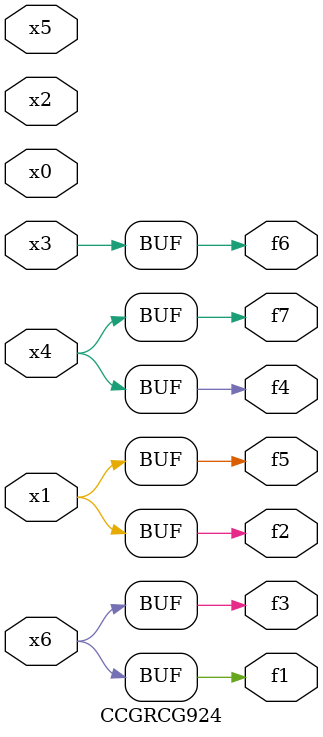
<source format=v>
module CCGRCG924(
	input x0, x1, x2, x3, x4, x5, x6,
	output f1, f2, f3, f4, f5, f6, f7
);
	assign f1 = x6;
	assign f2 = x1;
	assign f3 = x6;
	assign f4 = x4;
	assign f5 = x1;
	assign f6 = x3;
	assign f7 = x4;
endmodule

</source>
